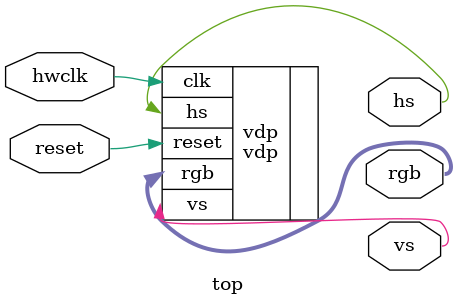
<source format=v>
module top (
    input wire          hwclk,
    input wire          reset,
    output wire[0:11]   rgb,
    output wire         hs,
    output wire         vs
);

vdp vdp (
        .clk(hwclk),
        .reset(reset),
        .rgb(rgb),
        .hs(hs),
        .vs(vs)
);

endmodule

</source>
